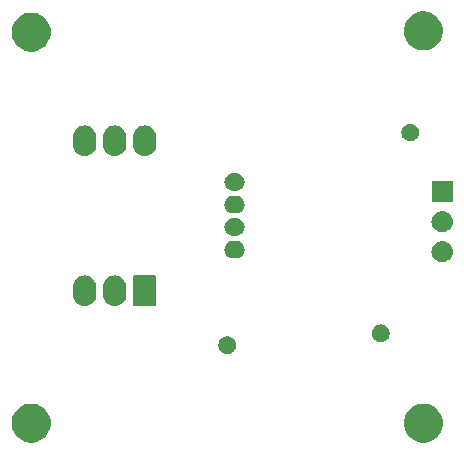
<source format=gbr>
G04 #@! TF.GenerationSoftware,KiCad,Pcbnew,(5.0.2)-1*
G04 #@! TF.CreationDate,2021-01-16T20:27:13+09:00*
G04 #@! TF.ProjectId,LEMCurrentSensor,4c454d43-7572-4726-956e-7453656e736f,rev?*
G04 #@! TF.SameCoordinates,Original*
G04 #@! TF.FileFunction,Soldermask,Bot*
G04 #@! TF.FilePolarity,Negative*
%FSLAX46Y46*%
G04 Gerber Fmt 4.6, Leading zero omitted, Abs format (unit mm)*
G04 Created by KiCad (PCBNEW (5.0.2)-1) date 2021/01/16 20:27:13*
%MOMM*%
%LPD*%
G01*
G04 APERTURE LIST*
%ADD10C,0.100000*%
G04 APERTURE END LIST*
D10*
G36*
X101975256Y-54991298D02*
X102081579Y-55012447D01*
X102382042Y-55136903D01*
X102648852Y-55315180D01*
X102652454Y-55317587D01*
X102882413Y-55547546D01*
X103063098Y-55817960D01*
X103187553Y-56118422D01*
X103251000Y-56437389D01*
X103251000Y-56762611D01*
X103187553Y-57081578D01*
X103063098Y-57382040D01*
X102882413Y-57652454D01*
X102652454Y-57882413D01*
X102652451Y-57882415D01*
X102382042Y-58063097D01*
X102081579Y-58187553D01*
X101975256Y-58208702D01*
X101762611Y-58251000D01*
X101437389Y-58251000D01*
X101224744Y-58208702D01*
X101118421Y-58187553D01*
X100817958Y-58063097D01*
X100547549Y-57882415D01*
X100547546Y-57882413D01*
X100317587Y-57652454D01*
X100136902Y-57382040D01*
X100012447Y-57081578D01*
X99949000Y-56762611D01*
X99949000Y-56437389D01*
X100012447Y-56118422D01*
X100136902Y-55817960D01*
X100317587Y-55547546D01*
X100547546Y-55317587D01*
X100551148Y-55315180D01*
X100817958Y-55136903D01*
X101118421Y-55012447D01*
X101224744Y-54991298D01*
X101437389Y-54949000D01*
X101762611Y-54949000D01*
X101975256Y-54991298D01*
X101975256Y-54991298D01*
G37*
G36*
X68775256Y-54991298D02*
X68881579Y-55012447D01*
X69182042Y-55136903D01*
X69448852Y-55315180D01*
X69452454Y-55317587D01*
X69682413Y-55547546D01*
X69863098Y-55817960D01*
X69987553Y-56118422D01*
X70051000Y-56437389D01*
X70051000Y-56762611D01*
X69987553Y-57081578D01*
X69863098Y-57382040D01*
X69682413Y-57652454D01*
X69452454Y-57882413D01*
X69452451Y-57882415D01*
X69182042Y-58063097D01*
X68881579Y-58187553D01*
X68775256Y-58208702D01*
X68562611Y-58251000D01*
X68237389Y-58251000D01*
X68024744Y-58208702D01*
X67918421Y-58187553D01*
X67617958Y-58063097D01*
X67347549Y-57882415D01*
X67347546Y-57882413D01*
X67117587Y-57652454D01*
X66936902Y-57382040D01*
X66812447Y-57081578D01*
X66749000Y-56762611D01*
X66749000Y-56437389D01*
X66812447Y-56118422D01*
X66936902Y-55817960D01*
X67117587Y-55547546D01*
X67347546Y-55317587D01*
X67351148Y-55315180D01*
X67617958Y-55136903D01*
X67918421Y-55012447D01*
X68024744Y-54991298D01*
X68237389Y-54949000D01*
X68562611Y-54949000D01*
X68775256Y-54991298D01*
X68775256Y-54991298D01*
G37*
G36*
X85132004Y-49260544D02*
X85219059Y-49277860D01*
X85355732Y-49334472D01*
X85387551Y-49355733D01*
X85478738Y-49416662D01*
X85583338Y-49521262D01*
X85583340Y-49521265D01*
X85665528Y-49644268D01*
X85722140Y-49780941D01*
X85751000Y-49926033D01*
X85751000Y-50073967D01*
X85722140Y-50219059D01*
X85665528Y-50355732D01*
X85665527Y-50355733D01*
X85583338Y-50478738D01*
X85478738Y-50583338D01*
X85478735Y-50583340D01*
X85355732Y-50665528D01*
X85219059Y-50722140D01*
X85132004Y-50739456D01*
X85073969Y-50751000D01*
X84926031Y-50751000D01*
X84867996Y-50739456D01*
X84780941Y-50722140D01*
X84644268Y-50665528D01*
X84521265Y-50583340D01*
X84521262Y-50583338D01*
X84416662Y-50478738D01*
X84334473Y-50355733D01*
X84334472Y-50355732D01*
X84277860Y-50219059D01*
X84249000Y-50073967D01*
X84249000Y-49926033D01*
X84277860Y-49780941D01*
X84334472Y-49644268D01*
X84416660Y-49521265D01*
X84416662Y-49521262D01*
X84521262Y-49416662D01*
X84612449Y-49355733D01*
X84644268Y-49334472D01*
X84780941Y-49277860D01*
X84867996Y-49260544D01*
X84926031Y-49249000D01*
X85073969Y-49249000D01*
X85132004Y-49260544D01*
X85132004Y-49260544D01*
G37*
G36*
X98132004Y-48260544D02*
X98219059Y-48277860D01*
X98355732Y-48334472D01*
X98355733Y-48334473D01*
X98478738Y-48416662D01*
X98583338Y-48521262D01*
X98583340Y-48521265D01*
X98665528Y-48644268D01*
X98722140Y-48780941D01*
X98751000Y-48926033D01*
X98751000Y-49073967D01*
X98722140Y-49219059D01*
X98665528Y-49355732D01*
X98665527Y-49355733D01*
X98583338Y-49478738D01*
X98478738Y-49583338D01*
X98478735Y-49583340D01*
X98355732Y-49665528D01*
X98219059Y-49722140D01*
X98132004Y-49739456D01*
X98073969Y-49751000D01*
X97926031Y-49751000D01*
X97867996Y-49739456D01*
X97780941Y-49722140D01*
X97644268Y-49665528D01*
X97521265Y-49583340D01*
X97521262Y-49583338D01*
X97416662Y-49478738D01*
X97334473Y-49355733D01*
X97334472Y-49355732D01*
X97277860Y-49219059D01*
X97249000Y-49073967D01*
X97249000Y-48926033D01*
X97277860Y-48780941D01*
X97334472Y-48644268D01*
X97416660Y-48521265D01*
X97416662Y-48521262D01*
X97521262Y-48416662D01*
X97644267Y-48334473D01*
X97644268Y-48334472D01*
X97780941Y-48277860D01*
X97867996Y-48260544D01*
X97926031Y-48249000D01*
X98073969Y-48249000D01*
X98132004Y-48260544D01*
X98132004Y-48260544D01*
G37*
G36*
X73116232Y-44113483D02*
X73304919Y-44170721D01*
X73478817Y-44263671D01*
X73631239Y-44388761D01*
X73756329Y-44541183D01*
X73849279Y-44715082D01*
X73906517Y-44903769D01*
X73921000Y-45050825D01*
X73921000Y-45749176D01*
X73906517Y-45896232D01*
X73849279Y-46084919D01*
X73756329Y-46258817D01*
X73631239Y-46411239D01*
X73478817Y-46536329D01*
X73304918Y-46629279D01*
X73116231Y-46686517D01*
X72920000Y-46705843D01*
X72723768Y-46686517D01*
X72535081Y-46629279D01*
X72361183Y-46536329D01*
X72208761Y-46411239D01*
X72083671Y-46258817D01*
X71990721Y-46084918D01*
X71933483Y-45896231D01*
X71919000Y-45749175D01*
X71919000Y-45050824D01*
X71933483Y-44903768D01*
X71990722Y-44715081D01*
X72083672Y-44541183D01*
X72208762Y-44388761D01*
X72361184Y-44263671D01*
X72535082Y-44170721D01*
X72723769Y-44113483D01*
X72920000Y-44094157D01*
X73116232Y-44113483D01*
X73116232Y-44113483D01*
G37*
G36*
X75656232Y-44113483D02*
X75844919Y-44170721D01*
X76018817Y-44263671D01*
X76171239Y-44388761D01*
X76296329Y-44541183D01*
X76389279Y-44715082D01*
X76446517Y-44903769D01*
X76461000Y-45050825D01*
X76461000Y-45749176D01*
X76446517Y-45896232D01*
X76389279Y-46084919D01*
X76296329Y-46258817D01*
X76171239Y-46411239D01*
X76018817Y-46536329D01*
X75844918Y-46629279D01*
X75656231Y-46686517D01*
X75460000Y-46705843D01*
X75263768Y-46686517D01*
X75075081Y-46629279D01*
X74901183Y-46536329D01*
X74748761Y-46411239D01*
X74623671Y-46258817D01*
X74530721Y-46084918D01*
X74473483Y-45896231D01*
X74459000Y-45749175D01*
X74459000Y-45050824D01*
X74473483Y-44903768D01*
X74530722Y-44715081D01*
X74623672Y-44541183D01*
X74748762Y-44388761D01*
X74901184Y-44263671D01*
X75075082Y-44170721D01*
X75263769Y-44113483D01*
X75460000Y-44094157D01*
X75656232Y-44113483D01*
X75656232Y-44113483D01*
G37*
G36*
X78874915Y-44102600D02*
X78904154Y-44111470D01*
X78931114Y-44125880D01*
X78954735Y-44145265D01*
X78974120Y-44168886D01*
X78988530Y-44195846D01*
X78997400Y-44225085D01*
X79001000Y-44261640D01*
X79001000Y-46538360D01*
X78997400Y-46574915D01*
X78988530Y-46604154D01*
X78974120Y-46631114D01*
X78954735Y-46654735D01*
X78931114Y-46674120D01*
X78904154Y-46688530D01*
X78874915Y-46697400D01*
X78838360Y-46701000D01*
X77161640Y-46701000D01*
X77125085Y-46697400D01*
X77095846Y-46688530D01*
X77068886Y-46674120D01*
X77045265Y-46654735D01*
X77025880Y-46631114D01*
X77011470Y-46604154D01*
X77002600Y-46574915D01*
X76999000Y-46538360D01*
X76999000Y-44261640D01*
X77002600Y-44225085D01*
X77011470Y-44195846D01*
X77025880Y-44168886D01*
X77045265Y-44145265D01*
X77068886Y-44125880D01*
X77095846Y-44111470D01*
X77125085Y-44102600D01*
X77161640Y-44099000D01*
X78838360Y-44099000D01*
X78874915Y-44102600D01*
X78874915Y-44102600D01*
G37*
G36*
X103310443Y-41185519D02*
X103376627Y-41192037D01*
X103489853Y-41226384D01*
X103546467Y-41243557D01*
X103685087Y-41317652D01*
X103702991Y-41327222D01*
X103738729Y-41356552D01*
X103840186Y-41439814D01*
X103923448Y-41541271D01*
X103952778Y-41577009D01*
X103952779Y-41577011D01*
X104036443Y-41733533D01*
X104036443Y-41733534D01*
X104087963Y-41903373D01*
X104105359Y-42080000D01*
X104087963Y-42256627D01*
X104053616Y-42369853D01*
X104036443Y-42426467D01*
X104028618Y-42441106D01*
X103952778Y-42582991D01*
X103934970Y-42604690D01*
X103840186Y-42720186D01*
X103738729Y-42803448D01*
X103702991Y-42832778D01*
X103702989Y-42832779D01*
X103546467Y-42916443D01*
X103489853Y-42933616D01*
X103376627Y-42967963D01*
X103310442Y-42974482D01*
X103244260Y-42981000D01*
X103155740Y-42981000D01*
X103089557Y-42974481D01*
X103023373Y-42967963D01*
X102910147Y-42933616D01*
X102853533Y-42916443D01*
X102697011Y-42832779D01*
X102697009Y-42832778D01*
X102661271Y-42803448D01*
X102559814Y-42720186D01*
X102465030Y-42604690D01*
X102447222Y-42582991D01*
X102371382Y-42441106D01*
X102363557Y-42426467D01*
X102346384Y-42369853D01*
X102312037Y-42256627D01*
X102294641Y-42080000D01*
X102312037Y-41903373D01*
X102363557Y-41733534D01*
X102363557Y-41733533D01*
X102447221Y-41577011D01*
X102447222Y-41577009D01*
X102476552Y-41541271D01*
X102559814Y-41439814D01*
X102661271Y-41356552D01*
X102697009Y-41327222D01*
X102714913Y-41317652D01*
X102853533Y-41243557D01*
X102910147Y-41226384D01*
X103023373Y-41192037D01*
X103089557Y-41185519D01*
X103155740Y-41179000D01*
X103244260Y-41179000D01*
X103310443Y-41185519D01*
X103310443Y-41185519D01*
G37*
G36*
X85793665Y-41160122D02*
X85867222Y-41167367D01*
X86008786Y-41210310D01*
X86139252Y-41280046D01*
X86253606Y-41373894D01*
X86347454Y-41488248D01*
X86417190Y-41618714D01*
X86460133Y-41760278D01*
X86474633Y-41907500D01*
X86460133Y-42054722D01*
X86417190Y-42196286D01*
X86347454Y-42326752D01*
X86253606Y-42441106D01*
X86139252Y-42534954D01*
X86008786Y-42604690D01*
X85867222Y-42647633D01*
X85793665Y-42654878D01*
X85756888Y-42658500D01*
X85483112Y-42658500D01*
X85446335Y-42654878D01*
X85372778Y-42647633D01*
X85231214Y-42604690D01*
X85100748Y-42534954D01*
X84986394Y-42441106D01*
X84892546Y-42326752D01*
X84822810Y-42196286D01*
X84779867Y-42054722D01*
X84765367Y-41907500D01*
X84779867Y-41760278D01*
X84822810Y-41618714D01*
X84892546Y-41488248D01*
X84986394Y-41373894D01*
X85100748Y-41280046D01*
X85231214Y-41210310D01*
X85372778Y-41167367D01*
X85446335Y-41160122D01*
X85483112Y-41156500D01*
X85756888Y-41156500D01*
X85793665Y-41160122D01*
X85793665Y-41160122D01*
G37*
G36*
X85793665Y-39255122D02*
X85867222Y-39262367D01*
X86008786Y-39305310D01*
X86139252Y-39375046D01*
X86253606Y-39468894D01*
X86347454Y-39583248D01*
X86417190Y-39713714D01*
X86460133Y-39855278D01*
X86474633Y-40002500D01*
X86460133Y-40149722D01*
X86417190Y-40291286D01*
X86347454Y-40421752D01*
X86253606Y-40536106D01*
X86139252Y-40629954D01*
X86008786Y-40699690D01*
X85867222Y-40742633D01*
X85793665Y-40749878D01*
X85756888Y-40753500D01*
X85483112Y-40753500D01*
X85446335Y-40749878D01*
X85372778Y-40742633D01*
X85231214Y-40699690D01*
X85100748Y-40629954D01*
X84986394Y-40536106D01*
X84892546Y-40421752D01*
X84822810Y-40291286D01*
X84779867Y-40149722D01*
X84765367Y-40002500D01*
X84779867Y-39855278D01*
X84822810Y-39713714D01*
X84892546Y-39583248D01*
X84986394Y-39468894D01*
X85100748Y-39375046D01*
X85231214Y-39305310D01*
X85372778Y-39262367D01*
X85446335Y-39255122D01*
X85483112Y-39251500D01*
X85756888Y-39251500D01*
X85793665Y-39255122D01*
X85793665Y-39255122D01*
G37*
G36*
X103310443Y-38645519D02*
X103376627Y-38652037D01*
X103489853Y-38686384D01*
X103546467Y-38703557D01*
X103586497Y-38724954D01*
X103702991Y-38787222D01*
X103738729Y-38816552D01*
X103840186Y-38899814D01*
X103923448Y-39001271D01*
X103952778Y-39037009D01*
X103952779Y-39037011D01*
X104036443Y-39193533D01*
X104036443Y-39193534D01*
X104087963Y-39363373D01*
X104105359Y-39540000D01*
X104087963Y-39716627D01*
X104053616Y-39829853D01*
X104036443Y-39886467D01*
X103974421Y-40002500D01*
X103952778Y-40042991D01*
X103923448Y-40078729D01*
X103840186Y-40180186D01*
X103738729Y-40263448D01*
X103702991Y-40292778D01*
X103702989Y-40292779D01*
X103546467Y-40376443D01*
X103489853Y-40393616D01*
X103376627Y-40427963D01*
X103310442Y-40434482D01*
X103244260Y-40441000D01*
X103155740Y-40441000D01*
X103089558Y-40434482D01*
X103023373Y-40427963D01*
X102910147Y-40393616D01*
X102853533Y-40376443D01*
X102697011Y-40292779D01*
X102697009Y-40292778D01*
X102661271Y-40263448D01*
X102559814Y-40180186D01*
X102476552Y-40078729D01*
X102447222Y-40042991D01*
X102425579Y-40002500D01*
X102363557Y-39886467D01*
X102346384Y-39829853D01*
X102312037Y-39716627D01*
X102294641Y-39540000D01*
X102312037Y-39363373D01*
X102363557Y-39193534D01*
X102363557Y-39193533D01*
X102447221Y-39037011D01*
X102447222Y-39037009D01*
X102476552Y-39001271D01*
X102559814Y-38899814D01*
X102661271Y-38816552D01*
X102697009Y-38787222D01*
X102813503Y-38724954D01*
X102853533Y-38703557D01*
X102910147Y-38686384D01*
X103023373Y-38652037D01*
X103089557Y-38645519D01*
X103155740Y-38639000D01*
X103244260Y-38639000D01*
X103310443Y-38645519D01*
X103310443Y-38645519D01*
G37*
G36*
X85793665Y-37350122D02*
X85867222Y-37357367D01*
X86008786Y-37400310D01*
X86139252Y-37470046D01*
X86253606Y-37563894D01*
X86347454Y-37678248D01*
X86417190Y-37808714D01*
X86460133Y-37950278D01*
X86474633Y-38097500D01*
X86460133Y-38244722D01*
X86417190Y-38386286D01*
X86347454Y-38516752D01*
X86253606Y-38631106D01*
X86139252Y-38724954D01*
X86008786Y-38794690D01*
X85867222Y-38837633D01*
X85793665Y-38844878D01*
X85756888Y-38848500D01*
X85483112Y-38848500D01*
X85446335Y-38844878D01*
X85372778Y-38837633D01*
X85231214Y-38794690D01*
X85100748Y-38724954D01*
X84986394Y-38631106D01*
X84892546Y-38516752D01*
X84822810Y-38386286D01*
X84779867Y-38244722D01*
X84765367Y-38097500D01*
X84779867Y-37950278D01*
X84822810Y-37808714D01*
X84892546Y-37678248D01*
X84986394Y-37563894D01*
X85100748Y-37470046D01*
X85231214Y-37400310D01*
X85372778Y-37357367D01*
X85446335Y-37350122D01*
X85483112Y-37346500D01*
X85756888Y-37346500D01*
X85793665Y-37350122D01*
X85793665Y-37350122D01*
G37*
G36*
X104101000Y-37901000D02*
X102299000Y-37901000D01*
X102299000Y-36099000D01*
X104101000Y-36099000D01*
X104101000Y-37901000D01*
X104101000Y-37901000D01*
G37*
G36*
X85793665Y-35445122D02*
X85867222Y-35452367D01*
X86008786Y-35495310D01*
X86139252Y-35565046D01*
X86253606Y-35658894D01*
X86347454Y-35773248D01*
X86417190Y-35903714D01*
X86460133Y-36045278D01*
X86474633Y-36192500D01*
X86460133Y-36339722D01*
X86417190Y-36481286D01*
X86347454Y-36611752D01*
X86253606Y-36726106D01*
X86139252Y-36819954D01*
X86008786Y-36889690D01*
X85867222Y-36932633D01*
X85793665Y-36939878D01*
X85756888Y-36943500D01*
X85483112Y-36943500D01*
X85446335Y-36939878D01*
X85372778Y-36932633D01*
X85231214Y-36889690D01*
X85100748Y-36819954D01*
X84986394Y-36726106D01*
X84892546Y-36611752D01*
X84822810Y-36481286D01*
X84779867Y-36339722D01*
X84765367Y-36192500D01*
X84779867Y-36045278D01*
X84822810Y-35903714D01*
X84892546Y-35773248D01*
X84986394Y-35658894D01*
X85100748Y-35565046D01*
X85231214Y-35495310D01*
X85372778Y-35452367D01*
X85446335Y-35445122D01*
X85483112Y-35441500D01*
X85756888Y-35441500D01*
X85793665Y-35445122D01*
X85793665Y-35445122D01*
G37*
G36*
X75656232Y-31413483D02*
X75844919Y-31470721D01*
X76018817Y-31563671D01*
X76171239Y-31688761D01*
X76296329Y-31841183D01*
X76389279Y-32015082D01*
X76446517Y-32203769D01*
X76461000Y-32350825D01*
X76461000Y-33049176D01*
X76446517Y-33196232D01*
X76389279Y-33384919D01*
X76296329Y-33558817D01*
X76171239Y-33711239D01*
X76018817Y-33836329D01*
X75844918Y-33929279D01*
X75656231Y-33986517D01*
X75460000Y-34005843D01*
X75263768Y-33986517D01*
X75075081Y-33929279D01*
X74901183Y-33836329D01*
X74748761Y-33711239D01*
X74623671Y-33558817D01*
X74530721Y-33384918D01*
X74473483Y-33196231D01*
X74459000Y-33049175D01*
X74459000Y-32350824D01*
X74473483Y-32203768D01*
X74530722Y-32015081D01*
X74623672Y-31841183D01*
X74748762Y-31688761D01*
X74901184Y-31563671D01*
X75075082Y-31470721D01*
X75263769Y-31413483D01*
X75460000Y-31394157D01*
X75656232Y-31413483D01*
X75656232Y-31413483D01*
G37*
G36*
X78196232Y-31413483D02*
X78384919Y-31470721D01*
X78558817Y-31563671D01*
X78711239Y-31688761D01*
X78836329Y-31841183D01*
X78929279Y-32015082D01*
X78986517Y-32203769D01*
X79001000Y-32350825D01*
X79001000Y-33049176D01*
X78986517Y-33196232D01*
X78929279Y-33384919D01*
X78836329Y-33558817D01*
X78711239Y-33711239D01*
X78558817Y-33836329D01*
X78384918Y-33929279D01*
X78196231Y-33986517D01*
X78000000Y-34005843D01*
X77803768Y-33986517D01*
X77615081Y-33929279D01*
X77441183Y-33836329D01*
X77288761Y-33711239D01*
X77163671Y-33558817D01*
X77070721Y-33384918D01*
X77013483Y-33196231D01*
X76999000Y-33049175D01*
X76999000Y-32350824D01*
X77013483Y-32203768D01*
X77070722Y-32015081D01*
X77163672Y-31841183D01*
X77288762Y-31688761D01*
X77441184Y-31563671D01*
X77615082Y-31470721D01*
X77803769Y-31413483D01*
X78000000Y-31394157D01*
X78196232Y-31413483D01*
X78196232Y-31413483D01*
G37*
G36*
X73116232Y-31413483D02*
X73304919Y-31470721D01*
X73478817Y-31563671D01*
X73631239Y-31688761D01*
X73756329Y-31841183D01*
X73849279Y-32015082D01*
X73906517Y-32203769D01*
X73921000Y-32350825D01*
X73921000Y-33049176D01*
X73906517Y-33196232D01*
X73849279Y-33384919D01*
X73756329Y-33558817D01*
X73631239Y-33711239D01*
X73478817Y-33836329D01*
X73304918Y-33929279D01*
X73116231Y-33986517D01*
X72920000Y-34005843D01*
X72723768Y-33986517D01*
X72535081Y-33929279D01*
X72361183Y-33836329D01*
X72208761Y-33711239D01*
X72083671Y-33558817D01*
X71990721Y-33384918D01*
X71933483Y-33196231D01*
X71919000Y-33049175D01*
X71919000Y-32350824D01*
X71933483Y-32203768D01*
X71990722Y-32015081D01*
X72083672Y-31841183D01*
X72208762Y-31688761D01*
X72361184Y-31563671D01*
X72535082Y-31470721D01*
X72723769Y-31413483D01*
X72920000Y-31394157D01*
X73116232Y-31413483D01*
X73116232Y-31413483D01*
G37*
G36*
X100632004Y-31260544D02*
X100719059Y-31277860D01*
X100855732Y-31334472D01*
X100855733Y-31334473D01*
X100978738Y-31416662D01*
X101083338Y-31521262D01*
X101083340Y-31521265D01*
X101165528Y-31644268D01*
X101222140Y-31780941D01*
X101251000Y-31926033D01*
X101251000Y-32073967D01*
X101222140Y-32219059D01*
X101165528Y-32355732D01*
X101165527Y-32355733D01*
X101083338Y-32478738D01*
X100978738Y-32583338D01*
X100978735Y-32583340D01*
X100855732Y-32665528D01*
X100719059Y-32722140D01*
X100632004Y-32739456D01*
X100573969Y-32751000D01*
X100426031Y-32751000D01*
X100367996Y-32739456D01*
X100280941Y-32722140D01*
X100144268Y-32665528D01*
X100021265Y-32583340D01*
X100021262Y-32583338D01*
X99916662Y-32478738D01*
X99834473Y-32355733D01*
X99834472Y-32355732D01*
X99777860Y-32219059D01*
X99749000Y-32073967D01*
X99749000Y-31926033D01*
X99777860Y-31780941D01*
X99834472Y-31644268D01*
X99916660Y-31521265D01*
X99916662Y-31521262D01*
X100021262Y-31416662D01*
X100144267Y-31334473D01*
X100144268Y-31334472D01*
X100280941Y-31277860D01*
X100367996Y-31260544D01*
X100426031Y-31249000D01*
X100573969Y-31249000D01*
X100632004Y-31260544D01*
X100632004Y-31260544D01*
G37*
G36*
X68775256Y-21891298D02*
X68881579Y-21912447D01*
X69182042Y-22036903D01*
X69302791Y-22117585D01*
X69452454Y-22217587D01*
X69682413Y-22447546D01*
X69682415Y-22447549D01*
X69863097Y-22717958D01*
X69946132Y-22918421D01*
X69987553Y-23018422D01*
X70051000Y-23337389D01*
X70051000Y-23662611D01*
X69987553Y-23981578D01*
X69863098Y-24282040D01*
X69682413Y-24552454D01*
X69452454Y-24782413D01*
X69452451Y-24782415D01*
X69182042Y-24963097D01*
X68881579Y-25087553D01*
X68775256Y-25108702D01*
X68562611Y-25151000D01*
X68237389Y-25151000D01*
X68024744Y-25108702D01*
X67918421Y-25087553D01*
X67617958Y-24963097D01*
X67347549Y-24782415D01*
X67347546Y-24782413D01*
X67117587Y-24552454D01*
X66936902Y-24282040D01*
X66812447Y-23981578D01*
X66749000Y-23662611D01*
X66749000Y-23337389D01*
X66812447Y-23018422D01*
X66853869Y-22918421D01*
X66936903Y-22717958D01*
X67117585Y-22447549D01*
X67117587Y-22447546D01*
X67347546Y-22217587D01*
X67497209Y-22117585D01*
X67617958Y-22036903D01*
X67918421Y-21912447D01*
X68024744Y-21891298D01*
X68237389Y-21849000D01*
X68562611Y-21849000D01*
X68775256Y-21891298D01*
X68775256Y-21891298D01*
G37*
G36*
X101975256Y-21791298D02*
X102081579Y-21812447D01*
X102382042Y-21936903D01*
X102531702Y-22036903D01*
X102652454Y-22117587D01*
X102882413Y-22347546D01*
X103063098Y-22617960D01*
X103187553Y-22918422D01*
X103251000Y-23237389D01*
X103251000Y-23562611D01*
X103208702Y-23775256D01*
X103187553Y-23881579D01*
X103099550Y-24094037D01*
X103063098Y-24182040D01*
X102882413Y-24452454D01*
X102652454Y-24682413D01*
X102652451Y-24682415D01*
X102382042Y-24863097D01*
X102081579Y-24987553D01*
X101975256Y-25008702D01*
X101762611Y-25051000D01*
X101437389Y-25051000D01*
X101224744Y-25008702D01*
X101118421Y-24987553D01*
X100817958Y-24863097D01*
X100547549Y-24682415D01*
X100547546Y-24682413D01*
X100317587Y-24452454D01*
X100136902Y-24182040D01*
X100100450Y-24094037D01*
X100012447Y-23881579D01*
X99991298Y-23775256D01*
X99949000Y-23562611D01*
X99949000Y-23237389D01*
X100012447Y-22918422D01*
X100136902Y-22617960D01*
X100317587Y-22347546D01*
X100547546Y-22117587D01*
X100668298Y-22036903D01*
X100817958Y-21936903D01*
X101118421Y-21812447D01*
X101224744Y-21791298D01*
X101437389Y-21749000D01*
X101762611Y-21749000D01*
X101975256Y-21791298D01*
X101975256Y-21791298D01*
G37*
M02*

</source>
